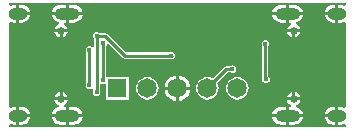
<source format=gbl>
G04*
G04 #@! TF.GenerationSoftware,Altium Limited,Altium Designer,20.0.10 (225)*
G04*
G04 Layer_Physical_Order=2*
G04 Layer_Color=16711680*
%FSLAX25Y25*%
%MOIN*%
G70*
G01*
G75*
%ADD24C,0.02559*%
%ADD26C,0.01000*%
%ADD27C,0.06496*%
%ADD28R,0.06496X0.06496*%
%ADD29O,0.08268X0.03937*%
%ADD30O,0.06299X0.03937*%
%ADD31C,0.01496*%
G36*
X117878Y41791D02*
X117378Y41471D01*
X116940Y41652D01*
X116165Y41754D01*
X115484D01*
Y38760D01*
Y35766D01*
X116165D01*
X116940Y35868D01*
X117378Y36049D01*
X117878Y35729D01*
Y7775D01*
X117378Y7455D01*
X116940Y7636D01*
X116165Y7738D01*
X115484D01*
Y4744D01*
Y1750D01*
X116165D01*
X116940Y1852D01*
X117378Y2033D01*
X117878Y1713D01*
Y1020D01*
X5744D01*
Y1717D01*
X6244Y2035D01*
X6686Y1852D01*
X7461Y1750D01*
X8142D01*
Y4744D01*
Y7738D01*
X7461D01*
X6686Y7636D01*
X6244Y7453D01*
X5744Y7771D01*
Y35733D01*
X6244Y36051D01*
X6686Y35868D01*
X7461Y35766D01*
X8142D01*
Y38760D01*
Y41754D01*
X7461D01*
X6686Y41652D01*
X6244Y41469D01*
X5744Y41787D01*
Y42287D01*
X117878D01*
Y41791D01*
D02*
G37*
%LPC*%
G36*
X100693Y41754D02*
X99028D01*
Y39260D01*
X103621D01*
X103585Y39535D01*
X103286Y40257D01*
X102810Y40877D01*
X102190Y41353D01*
X101468Y41652D01*
X100693Y41754D01*
D02*
G37*
G36*
X114484D02*
X113803D01*
X113028Y41652D01*
X112306Y41353D01*
X111686Y40877D01*
X111210Y40257D01*
X110911Y39535D01*
X110875Y39260D01*
X114484D01*
Y41754D01*
D02*
G37*
G36*
X98027D02*
X96362D01*
X95587Y41652D01*
X94865Y41353D01*
X94245Y40877D01*
X93769Y40257D01*
X93470Y39535D01*
X93434Y39260D01*
X98027D01*
Y41754D01*
D02*
G37*
G36*
X27264Y41754D02*
X25598D01*
Y39260D01*
X30192D01*
X30156Y39535D01*
X29857Y40257D01*
X29381Y40877D01*
X28761Y41353D01*
X28039Y41652D01*
X27264Y41754D01*
D02*
G37*
G36*
X9823D02*
X9142D01*
Y39260D01*
X12751D01*
X12715Y39535D01*
X12416Y40257D01*
X11940Y40877D01*
X11320Y41353D01*
X10598Y41652D01*
X9823Y41754D01*
D02*
G37*
G36*
X24598D02*
X22933D01*
X22158Y41652D01*
X21436Y41353D01*
X20816Y40877D01*
X20340Y40257D01*
X20041Y39535D01*
X20005Y39260D01*
X24598D01*
Y41754D01*
D02*
G37*
G36*
X114484Y38260D02*
X110875D01*
X110911Y37985D01*
X111210Y37263D01*
X111686Y36643D01*
X112306Y36167D01*
X113028Y35868D01*
X113803Y35766D01*
X114484D01*
Y38260D01*
D02*
G37*
G36*
X98027D02*
X93434D01*
X93470Y37985D01*
X93769Y37263D01*
X94245Y36643D01*
X94865Y36167D01*
X95587Y35868D01*
X96362Y35766D01*
X98027D01*
Y38260D01*
D02*
G37*
G36*
X30192Y38260D02*
X25598D01*
Y35766D01*
X27264D01*
X28039Y35868D01*
X28761Y36167D01*
X29381Y36643D01*
X29857Y37263D01*
X30156Y37985D01*
X30192Y38260D01*
D02*
G37*
G36*
X12751D02*
X9142D01*
Y35766D01*
X9823D01*
X10598Y35868D01*
X11320Y36167D01*
X11940Y36643D01*
X12416Y37263D01*
X12715Y37985D01*
X12751Y38260D01*
D02*
G37*
G36*
X24598D02*
X20005D01*
X20041Y37985D01*
X20340Y37263D01*
X20816Y36643D01*
X21436Y36167D01*
X22158Y35868D01*
X22381Y35838D01*
X22398Y35332D01*
X22122Y35277D01*
X21368Y34773D01*
X20865Y34019D01*
X20787Y33630D01*
X23012D01*
X25236D01*
X25159Y34019D01*
X24655Y34773D01*
X23918Y35266D01*
X23909Y35313D01*
X24002Y35766D01*
X24598D01*
Y38260D01*
D02*
G37*
G36*
X103621Y38260D02*
X99028D01*
Y35766D01*
X99624D01*
X99717Y35313D01*
X99708Y35266D01*
X98971Y34773D01*
X98467Y34019D01*
X98389Y33630D01*
X100614D01*
Y33130D01*
D01*
Y33630D01*
X102839D01*
X102761Y34019D01*
X102258Y34773D01*
X101504Y35277D01*
X101228Y35332D01*
X101245Y35838D01*
X101468Y35868D01*
X102190Y36167D01*
X102810Y36643D01*
X103286Y37263D01*
X103585Y37985D01*
X103621Y38260D01*
D02*
G37*
G36*
X102839Y32630D02*
X101114D01*
Y30905D01*
X101504Y30983D01*
X102258Y31486D01*
X102761Y32241D01*
X102839Y32630D01*
D02*
G37*
G36*
X100114D02*
X98389D01*
X98467Y32241D01*
X98971Y31486D01*
X99725Y30983D01*
X100114Y30905D01*
Y32630D01*
D02*
G37*
G36*
X25236Y32630D02*
X23512D01*
Y30905D01*
X23901Y30983D01*
X24655Y31486D01*
X25159Y32241D01*
X25236Y32630D01*
D02*
G37*
G36*
X22512D02*
X20787D01*
X20865Y32241D01*
X21368Y31486D01*
X22122Y30983D01*
X22512Y30905D01*
Y32630D01*
D02*
G37*
G36*
X34941Y32670D02*
X34454Y32573D01*
X34041Y32297D01*
X33765Y31885D01*
X33669Y31398D01*
X33765Y30911D01*
X33872Y30751D01*
Y27736D01*
X33380Y27573D01*
X32967Y27849D01*
X32480Y27946D01*
X31993Y27849D01*
X31580Y27573D01*
X31305Y27160D01*
X31208Y26673D01*
X31305Y26186D01*
X31461Y25953D01*
Y15583D01*
X31305Y15349D01*
X31208Y14862D01*
X31305Y14375D01*
X31580Y13962D01*
X31993Y13687D01*
X32480Y13590D01*
X32967Y13687D01*
X33259Y13882D01*
X33756Y13693D01*
X33832Y13333D01*
X33667Y13085D01*
X33570Y12598D01*
X33667Y12111D01*
X33943Y11699D01*
X34356Y11423D01*
X34843Y11326D01*
X35329Y11423D01*
X35742Y11699D01*
X36018Y12111D01*
X36115Y12598D01*
X36018Y13085D01*
X35911Y13245D01*
Y15443D01*
X36411Y15696D01*
X36619Y15557D01*
X37106Y15460D01*
X37565Y15551D01*
X37601Y15552D01*
X38065Y15270D01*
Y10130D01*
X45561D01*
Y17626D01*
X38126D01*
Y28118D01*
X38282Y28352D01*
X38334Y28612D01*
X38859Y28794D01*
X43570Y24082D01*
X43901Y23861D01*
X44291Y23784D01*
X59024D01*
X59257Y23628D01*
X59744Y23531D01*
X60231Y23628D01*
X60644Y23903D01*
X60920Y24316D01*
X61017Y24803D01*
X60920Y25290D01*
X60644Y25703D01*
X60231Y25979D01*
X59744Y26076D01*
X59257Y25979D01*
X59024Y25823D01*
X44714D01*
X38418Y32119D01*
X38087Y32340D01*
X37697Y32417D01*
X35661D01*
X35428Y32573D01*
X34941Y32670D01*
D02*
G37*
G36*
X80118Y21548D02*
X79631Y21451D01*
X79256Y21200D01*
X78116D01*
X77725Y21123D01*
X77395Y20902D01*
X73662Y17169D01*
X72791Y17529D01*
X71813Y17658D01*
X70835Y17529D01*
X69923Y17152D01*
X69140Y16551D01*
X68539Y15768D01*
X68161Y14856D01*
X68033Y13878D01*
X68161Y12900D01*
X68539Y11988D01*
X69140Y11205D01*
X69923Y10604D01*
X70835Y10226D01*
X71813Y10098D01*
X72791Y10226D01*
X73703Y10604D01*
X74486Y11205D01*
X75087Y11988D01*
X75464Y12900D01*
X75593Y13878D01*
X75464Y14856D01*
X75104Y15727D01*
X78538Y19161D01*
X79540D01*
X79631Y19100D01*
X80118Y19003D01*
X80605Y19100D01*
X81018Y19376D01*
X81294Y19789D01*
X81391Y20276D01*
X81294Y20763D01*
X81018Y21175D01*
X80605Y21451D01*
X80118Y21548D01*
D02*
G37*
G36*
X91142Y30013D02*
X90655Y29916D01*
X90242Y29640D01*
X89966Y29227D01*
X89869Y28740D01*
X89966Y28253D01*
X90122Y28020D01*
Y17162D01*
X90127Y17137D01*
X90066Y16831D01*
X90163Y16344D01*
X90439Y15931D01*
X90852Y15655D01*
X91339Y15558D01*
X91825Y15655D01*
X92238Y15931D01*
X92514Y16344D01*
X92611Y16831D01*
X92514Y17318D01*
X92238Y17730D01*
X92161Y17782D01*
Y28020D01*
X92317Y28253D01*
X92414Y28740D01*
X92317Y29227D01*
X92041Y29640D01*
X91629Y29916D01*
X91142Y30013D01*
D02*
G37*
G36*
X62313Y18097D02*
Y14378D01*
X66032D01*
X65952Y14987D01*
X65524Y16020D01*
X64843Y16908D01*
X63955Y17589D01*
X62922Y18017D01*
X62313Y18097D01*
D02*
G37*
G36*
X61313D02*
X60704Y18017D01*
X59671Y17589D01*
X58783Y16908D01*
X58102Y16020D01*
X57674Y14987D01*
X57594Y14378D01*
X61313D01*
Y18097D01*
D02*
G37*
G36*
X101114Y12599D02*
Y10874D01*
X102839D01*
X102761Y11263D01*
X102258Y12017D01*
X101504Y12521D01*
X101114Y12599D01*
D02*
G37*
G36*
X100114D02*
X99725Y12521D01*
X98971Y12017D01*
X98467Y11263D01*
X98389Y10874D01*
X100114D01*
Y12599D01*
D02*
G37*
G36*
X23512Y12599D02*
Y10874D01*
X25236D01*
X25159Y11263D01*
X24655Y12017D01*
X23901Y12521D01*
X23512Y12599D01*
D02*
G37*
G36*
X22512D02*
X22122Y12521D01*
X21368Y12017D01*
X20865Y11263D01*
X20787Y10874D01*
X22512D01*
Y12599D01*
D02*
G37*
G36*
X81813Y17658D02*
X80835Y17529D01*
X79923Y17152D01*
X79140Y16551D01*
X78539Y15768D01*
X78161Y14856D01*
X78033Y13878D01*
X78161Y12900D01*
X78539Y11988D01*
X79140Y11205D01*
X79923Y10604D01*
X80835Y10226D01*
X81813Y10098D01*
X82791Y10226D01*
X83703Y10604D01*
X84486Y11205D01*
X85087Y11988D01*
X85465Y12900D01*
X85593Y13878D01*
X85465Y14856D01*
X85087Y15768D01*
X84486Y16551D01*
X83703Y17152D01*
X82791Y17529D01*
X81813Y17658D01*
D02*
G37*
G36*
X51813D02*
X50835Y17529D01*
X49923Y17152D01*
X49140Y16551D01*
X48539Y15768D01*
X48161Y14856D01*
X48033Y13878D01*
X48161Y12900D01*
X48539Y11988D01*
X49140Y11205D01*
X49923Y10604D01*
X50835Y10226D01*
X51813Y10098D01*
X52791Y10226D01*
X53703Y10604D01*
X54486Y11205D01*
X55087Y11988D01*
X55465Y12900D01*
X55593Y13878D01*
X55465Y14856D01*
X55087Y15768D01*
X54486Y16551D01*
X53703Y17152D01*
X52791Y17529D01*
X51813Y17658D01*
D02*
G37*
G36*
X66032Y13378D02*
X62313D01*
Y9659D01*
X62922Y9739D01*
X63955Y10167D01*
X64843Y10848D01*
X65524Y11736D01*
X65952Y12769D01*
X66032Y13378D01*
D02*
G37*
G36*
X61313D02*
X57594D01*
X57674Y12769D01*
X58102Y11736D01*
X58783Y10848D01*
X59671Y10167D01*
X60704Y9739D01*
X61313Y9659D01*
Y13378D01*
D02*
G37*
G36*
X102839Y9874D02*
X100614D01*
X98389D01*
X98467Y9485D01*
X98971Y8731D01*
X99708Y8238D01*
X99717Y8191D01*
X99624Y7738D01*
X99028D01*
Y5244D01*
X103621D01*
X103585Y5519D01*
X103286Y6241D01*
X102810Y6861D01*
X102190Y7337D01*
X101468Y7636D01*
X101245Y7666D01*
X101228Y8172D01*
X101504Y8227D01*
X102258Y8731D01*
X102761Y9485D01*
X102839Y9874D01*
D02*
G37*
G36*
X114484Y7738D02*
X113803D01*
X113028Y7636D01*
X112306Y7337D01*
X111686Y6861D01*
X111210Y6241D01*
X110911Y5519D01*
X110875Y5244D01*
X114484D01*
Y7738D01*
D02*
G37*
G36*
X98027D02*
X96362D01*
X95587Y7636D01*
X94865Y7337D01*
X94245Y6861D01*
X93769Y6241D01*
X93470Y5519D01*
X93434Y5244D01*
X98027D01*
Y7738D01*
D02*
G37*
G36*
X27264Y7738D02*
X25598D01*
Y5244D01*
X30192D01*
X30156Y5519D01*
X29857Y6241D01*
X29381Y6861D01*
X28761Y7337D01*
X28039Y7636D01*
X27264Y7738D01*
D02*
G37*
G36*
X9823D02*
X9142D01*
Y5244D01*
X12751D01*
X12715Y5519D01*
X12416Y6241D01*
X11940Y6861D01*
X11320Y7337D01*
X10598Y7636D01*
X9823Y7738D01*
D02*
G37*
G36*
X25236Y9874D02*
X23012D01*
X20787D01*
X20865Y9485D01*
X21368Y8731D01*
X22122Y8227D01*
X22398Y8172D01*
X22381Y7666D01*
X22158Y7636D01*
X21436Y7337D01*
X20816Y6861D01*
X20340Y6241D01*
X20041Y5519D01*
X20005Y5244D01*
X24598D01*
Y7738D01*
X24002D01*
X23909Y8191D01*
X23918Y8238D01*
X24655Y8731D01*
X25159Y9485D01*
X25236Y9874D01*
D02*
G37*
G36*
X114484Y4244D02*
X110875D01*
X110911Y3969D01*
X111210Y3247D01*
X111686Y2627D01*
X112306Y2151D01*
X113028Y1852D01*
X113803Y1750D01*
X114484D01*
Y4244D01*
D02*
G37*
G36*
X103621D02*
X99028D01*
Y1750D01*
X100693D01*
X101468Y1852D01*
X102190Y2151D01*
X102810Y2627D01*
X103286Y3247D01*
X103585Y3969D01*
X103621Y4244D01*
D02*
G37*
G36*
X98027D02*
X93434D01*
X93470Y3969D01*
X93769Y3247D01*
X94245Y2627D01*
X94865Y2151D01*
X95587Y1852D01*
X96362Y1750D01*
X98027D01*
Y4244D01*
D02*
G37*
G36*
X30192Y4244D02*
X25598D01*
Y1750D01*
X27264D01*
X28039Y1852D01*
X28761Y2151D01*
X29381Y2627D01*
X29857Y3247D01*
X30156Y3969D01*
X30192Y4244D01*
D02*
G37*
G36*
X24598D02*
X20005D01*
X20041Y3969D01*
X20340Y3247D01*
X20816Y2627D01*
X21436Y2151D01*
X22158Y1852D01*
X22933Y1750D01*
X24598D01*
Y4244D01*
D02*
G37*
G36*
X12751D02*
X9142D01*
Y1750D01*
X9823D01*
X10598Y1852D01*
X11320Y2151D01*
X11940Y2627D01*
X12416Y3247D01*
X12715Y3969D01*
X12751Y4244D01*
D02*
G37*
%LPD*%
D24*
X100614Y33130D02*
D03*
Y10374D02*
D03*
X23012Y10374D02*
D03*
Y33130D02*
D03*
D26*
X91142Y17162D02*
Y28740D01*
Y17162D02*
X91339Y16965D01*
Y16831D02*
Y16965D01*
X71813Y13878D02*
X78116Y20181D01*
X80023D01*
X80118Y20276D01*
X44291Y24803D02*
X59744D01*
X59842D01*
X37697Y31398D02*
X44291Y24803D01*
X34843Y12598D02*
X34892Y12648D01*
X34941Y31398D02*
X37697D01*
X37106Y16732D02*
Y28839D01*
X34892Y31348D02*
X34941Y31398D01*
X34892Y12648D02*
Y31348D01*
X32480Y14862D02*
X32480Y14862D01*
X32480Y26673D02*
X32480Y26673D01*
Y14862D02*
Y26673D01*
D27*
X81813Y13878D02*
D03*
X71813D02*
D03*
X61813D02*
D03*
X51813D02*
D03*
D28*
X41813D02*
D03*
D29*
X98527Y38760D02*
D03*
Y4744D02*
D03*
X25098Y4744D02*
D03*
Y38760D02*
D03*
D30*
X114984Y4744D02*
D03*
Y38760D02*
D03*
X8642Y38760D02*
D03*
Y4744D02*
D03*
D31*
X91339Y16831D02*
D03*
X91142Y28740D02*
D03*
X80118Y20276D02*
D03*
X59744Y24803D02*
D03*
X34843Y12598D02*
D03*
X37106Y28839D02*
D03*
X34941Y31398D02*
D03*
X37106Y16732D02*
D03*
X32480Y14862D02*
D03*
X32480Y26673D02*
D03*
M02*

</source>
